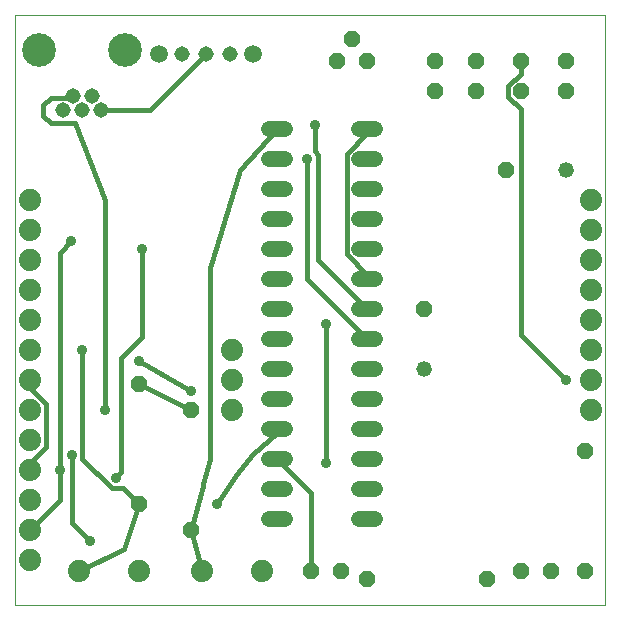
<source format=gtl>
G75*
%MOIN*%
%OFA0B0*%
%FSLAX25Y25*%
%IPPOS*%
%LPD*%
%AMOC8*
5,1,8,0,0,1.08239X$1,22.5*
%
%ADD10C,0.00000*%
%ADD11OC8,0.05200*%
%ADD12C,0.05200*%
%ADD13C,0.05150*%
%ADD14C,0.11220*%
%ADD15C,0.05937*%
%ADD16C,0.07400*%
%ADD17C,0.05200*%
%ADD18C,0.01600*%
%ADD19C,0.03562*%
D10*
X0001800Y0001800D02*
X0001800Y0198650D01*
X0198650Y0198650D01*
X0198650Y0001800D01*
X0001800Y0001800D01*
D11*
X0043050Y0035550D03*
X0060550Y0026800D03*
X0060550Y0066800D03*
X0043050Y0075550D03*
X0100550Y0013050D03*
X0110550Y0013050D03*
X0119300Y0010550D03*
X0159300Y0010550D03*
X0170550Y0013050D03*
X0180550Y0013050D03*
X0191800Y0013050D03*
X0191800Y0053050D03*
X0138050Y0100550D03*
X0165550Y0146800D03*
X0170550Y0173050D03*
X0170550Y0183050D03*
X0185550Y0183050D03*
X0185550Y0173050D03*
X0155550Y0173050D03*
X0155550Y0183050D03*
X0141800Y0183050D03*
X0141800Y0173050D03*
X0119300Y0183050D03*
X0114300Y0190550D03*
X0109300Y0183050D03*
D12*
X0185550Y0146800D03*
X0138050Y0080550D03*
D13*
X0073424Y0185550D03*
X0065550Y0185550D03*
X0057676Y0185550D03*
X0030599Y0166721D03*
X0027450Y0171446D03*
X0024300Y0166721D03*
X0021150Y0171446D03*
X0018001Y0166721D03*
D14*
X0009930Y0186800D03*
X0038670Y0186800D03*
D15*
X0049802Y0185550D03*
X0081298Y0185550D03*
D16*
X0006800Y0136800D03*
X0006800Y0126800D03*
X0006800Y0116800D03*
X0006800Y0106800D03*
X0006800Y0096800D03*
X0006800Y0086800D03*
X0006800Y0076800D03*
X0006800Y0066800D03*
X0006800Y0056800D03*
X0006800Y0046800D03*
X0006800Y0036800D03*
X0006800Y0026800D03*
X0006800Y0016800D03*
X0023050Y0013050D03*
X0043050Y0013050D03*
X0064300Y0013050D03*
X0084300Y0013050D03*
X0074300Y0066800D03*
X0074300Y0076800D03*
X0074300Y0086800D03*
X0193800Y0086800D03*
X0193800Y0076800D03*
X0193800Y0066800D03*
X0193800Y0096800D03*
X0193800Y0106800D03*
X0193800Y0116800D03*
X0193800Y0126800D03*
X0193800Y0136800D03*
D17*
X0121900Y0140550D02*
X0116700Y0140550D01*
X0116700Y0130550D02*
X0121900Y0130550D01*
X0121900Y0120550D02*
X0116700Y0120550D01*
X0116700Y0110550D02*
X0121900Y0110550D01*
X0121900Y0100550D02*
X0116700Y0100550D01*
X0116700Y0090550D02*
X0121900Y0090550D01*
X0121900Y0080550D02*
X0116700Y0080550D01*
X0116700Y0070550D02*
X0121900Y0070550D01*
X0121900Y0060550D02*
X0116700Y0060550D01*
X0116700Y0050550D02*
X0121900Y0050550D01*
X0121900Y0040550D02*
X0116700Y0040550D01*
X0116700Y0030550D02*
X0121900Y0030550D01*
X0091900Y0030550D02*
X0086700Y0030550D01*
X0086700Y0040550D02*
X0091900Y0040550D01*
X0091900Y0050550D02*
X0086700Y0050550D01*
X0086700Y0060550D02*
X0091900Y0060550D01*
X0091900Y0070550D02*
X0086700Y0070550D01*
X0086700Y0080550D02*
X0091900Y0080550D01*
X0091900Y0090550D02*
X0086700Y0090550D01*
X0086700Y0100550D02*
X0091900Y0100550D01*
X0091900Y0110550D02*
X0086700Y0110550D01*
X0086700Y0120550D02*
X0091900Y0120550D01*
X0091900Y0130550D02*
X0086700Y0130550D01*
X0086700Y0140550D02*
X0091900Y0140550D01*
X0091900Y0150550D02*
X0086700Y0150550D01*
X0086700Y0160550D02*
X0091900Y0160550D01*
X0116700Y0160550D02*
X0121900Y0160550D01*
X0121900Y0150550D02*
X0116700Y0150550D01*
D18*
X0112500Y0152290D02*
X0112500Y0118810D01*
X0119300Y0112010D01*
X0119300Y0110550D01*
X0119300Y0100550D02*
X0102881Y0116969D01*
X0102881Y0152033D01*
X0101800Y0153114D01*
X0101800Y0161800D01*
X0099300Y0150550D02*
X0099300Y0110550D01*
X0119300Y0090550D01*
X0105550Y0095550D02*
X0105550Y0049300D01*
X0100550Y0039300D02*
X0089300Y0050550D01*
X0081250Y0052290D02*
X0075550Y0045340D01*
X0069300Y0035550D01*
X0064469Y0041692D02*
X0060550Y0026800D01*
X0064300Y0013050D01*
X0038050Y0020550D02*
X0043050Y0035550D01*
X0037881Y0040719D01*
X0034067Y0040719D01*
X0024300Y0050486D01*
X0024300Y0086800D01*
X0037369Y0084368D02*
X0037369Y0046119D01*
X0035550Y0044300D01*
X0020719Y0051800D02*
X0020719Y0029131D01*
X0026800Y0023050D01*
X0024300Y0014300D02*
X0023050Y0013050D01*
X0038050Y0020550D01*
X0016800Y0036800D02*
X0016800Y0046839D01*
X0016866Y0046839D01*
X0016800Y0046839D02*
X0016800Y0046800D01*
X0016800Y0046839D02*
X0016800Y0119300D01*
X0020550Y0123050D01*
X0031800Y0136800D02*
X0031800Y0066800D01*
X0043050Y0075550D02*
X0060550Y0066800D01*
X0060550Y0073050D02*
X0043050Y0083050D01*
X0037369Y0084368D02*
X0044300Y0091299D01*
X0044300Y0120550D01*
X0031800Y0136800D02*
X0022028Y0162546D01*
X0013772Y0162546D01*
X0011326Y0164992D01*
X0011326Y0168451D01*
X0013772Y0170896D01*
X0018101Y0170896D01*
X0021150Y0171446D01*
X0030599Y0166721D02*
X0046721Y0166721D01*
X0065550Y0185550D01*
X0089300Y0160550D02*
X0076800Y0146800D01*
X0066800Y0114300D01*
X0066800Y0050550D01*
X0064591Y0042155D01*
X0064469Y0042033D01*
X0064469Y0041692D01*
X0081250Y0052290D02*
X0089300Y0059090D01*
X0089300Y0060550D01*
X0100550Y0039300D02*
X0100550Y0013050D01*
X0170550Y0091800D02*
X0170550Y0167110D01*
X0166350Y0171310D01*
X0166350Y0174790D01*
X0170550Y0178990D01*
X0170550Y0183050D01*
X0119300Y0160550D02*
X0119300Y0159090D01*
X0112500Y0152290D01*
X0170550Y0091800D02*
X0185550Y0076800D01*
X0016800Y0036800D02*
X0006800Y0026800D01*
X0006800Y0046800D02*
X0006800Y0049305D01*
X0012100Y0054605D01*
X0012100Y0068995D01*
X0006800Y0074295D01*
X0006800Y0076800D01*
D19*
X0024300Y0086800D03*
X0043050Y0083050D03*
X0031800Y0066800D03*
X0020719Y0051800D03*
X0016866Y0046839D03*
X0035550Y0044300D03*
X0026800Y0023050D03*
X0069300Y0035550D03*
X0060550Y0073050D03*
X0105550Y0095550D03*
X0105550Y0049300D03*
X0044300Y0120550D03*
X0020550Y0123050D03*
X0099300Y0150550D03*
X0101800Y0161800D03*
X0185550Y0076800D03*
M02*

</source>
